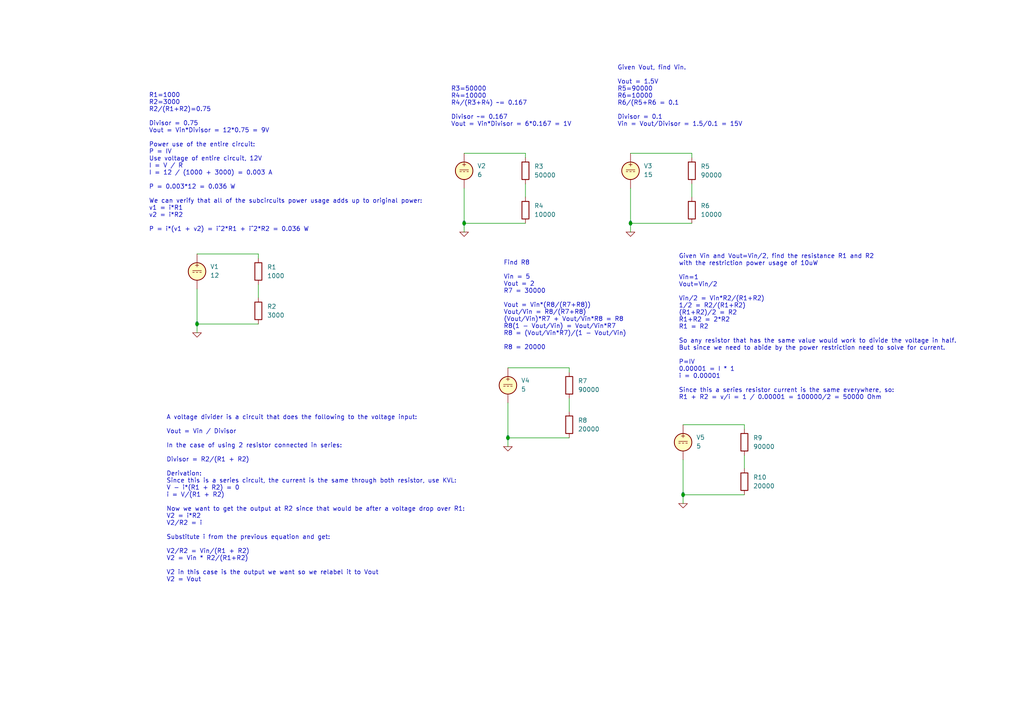
<source format=kicad_sch>
(kicad_sch (version 20230121) (generator eeschema)
  (paper "A4")
  (lib_symbols
    (symbol "Device:R" (pin_numbers hide) (pin_names (offset 0))
      (property "Reference" "R" (at 2.032 0 90))
      (property "Value" "R" (at 0 0 90))
      (symbol "R_0_1"
        (rectangle (start -1.016 -2.54) (end 1.016 2.54) (stroke (width 0.254)))
      )
      (symbol "R_1_1"
        (pin passive line (at 0 3.81 270) (length 1.27) (name "~") (number "1"))
        (pin passive line (at 0 -3.81 90) (length 1.27) (name "~") (number "2"))
      )
    )
    (symbol "Simulation_SPICE:0" (power) (pin_names (offset 0))
      (property "Value" "0" (at 0 -1.778 0))
      (symbol "0_0_1"
        (polyline (pts (xy -1.27 0) (xy 0 -1.27) (xy 1.27 0) (xy -1.27 0)))
      )
      (symbol "0_1_1"
        (pin power_in line (at 0 0 0) (length 0) hide (name "0") (number "1"))
      )
    )
    (symbol "Simulation_SPICE:VDC" (pin_numbers hide) (pin_names (offset 0.0254))
      (property "Reference" "V" (at 2.54 2.54 0))
      (property "Value" "1" (at 2.54 0 0))
      (symbol "VDC_0_0"
        (polyline (pts (xy -1.27 0.254) (xy 1.27 0.254)))
        (polyline (pts (xy -0.762 -0.254) (xy -1.27 -0.254)))
        (polyline (pts (xy 0.254 -0.254) (xy -0.254 -0.254)))
        (polyline (pts (xy 1.27 -0.254) (xy 0.762 -0.254)))
        (text "+" (at 0 1.905 0) (effects (font (size 1.27 1.27))))
      )
      (symbol "VDC_0_1"
        (circle (center 0 0) (radius 2.54) (stroke (width 0.254)) (fill (type background)))
      )
      (symbol "VDC_1_1"
        (pin passive line (at 0 5.08 270) (length 2.54) (name "~") (number "1"))
        (pin passive line (at 0 -5.08 90) (length 2.54) (name "~") (number "2"))
      )
    )
  )
  (junction (at 134.62 64.77))
  (junction (at 198.12 143.51))
  (junction (at 182.88 64.77))
  (junction (at 147.32 127))
  (junction (at 57.15 93.98))
  (wire (pts (xy 200.66 64.77) (xy 182.88 64.77)))
  (wire (pts (xy 198.12 123.19) (xy 215.9 123.19)))
  (wire (pts (xy 74.93 73.66) (xy 74.93 74.93)))
  (wire (pts (xy 215.9 143.51) (xy 198.12 143.51)))
  (wire (pts (xy 200.66 44.45) (xy 200.66 45.72)))
  (wire (pts (xy 198.12 143.51) (xy 198.12 133.35)))
  (wire (pts (xy 57.15 93.98) (xy 57.15 83.82)))
  (wire (pts (xy 165.1 115.57) (xy 165.1 119.38)))
  (wire (pts (xy 57.15 73.66) (xy 74.93 73.66)))
  (wire (pts (xy 165.1 127) (xy 147.32 127)))
  (wire (pts (xy 134.62 64.77) (xy 134.62 67.31)))
  (wire (pts (xy 152.4 53.34) (xy 152.4 57.15)))
  (wire (pts (xy 165.1 106.68) (xy 165.1 107.95)))
  (wire (pts (xy 147.32 127) (xy 147.32 129.54)))
  (wire (pts (xy 74.93 82.55) (xy 74.93 86.36)))
  (wire (pts (xy 215.9 123.19) (xy 215.9 124.46)))
  (wire (pts (xy 152.4 64.77) (xy 134.62 64.77)))
  (wire (pts (xy 134.62 44.45) (xy 152.4 44.45)))
  (wire (pts (xy 74.93 93.98) (xy 57.15 93.98)))
  (wire (pts (xy 147.32 106.68) (xy 165.1 106.68)))
  (wire (pts (xy 182.88 44.45) (xy 200.66 44.45)))
  (wire (pts (xy 215.9 132.08) (xy 215.9 135.89)))
  (wire (pts (xy 57.15 93.98) (xy 57.15 96.52)))
  (wire (pts (xy 198.12 143.51) (xy 198.12 146.05)))
  (wire (pts (xy 152.4 44.45) (xy 152.4 45.72)))
  (wire (pts (xy 147.32 127) (xy 147.32 116.84)))
  (wire (pts (xy 182.88 64.77) (xy 182.88 67.31)))
  (wire (pts (xy 134.62 64.77) (xy 134.62 54.61)))
  (wire (pts (xy 182.88 64.77) (xy 182.88 54.61)))
  (wire (pts (xy 200.66 53.34) (xy 200.66 57.15)))
  (text "Find R8\n\nVin = 5\nVout = 2\nR7 = 30000\n\nVout = Vin*(R8/(R7+R8))\nVout/Vin = R8/(R7+R8)\n(Vout/Vin)*R7 + Vout/Vin*R8 = R8\nR8(1 - Vout/Vin) = Vout/Vin*R7\nR8 = (Vout/Vin*R7)/(1 - Vout/Vin)\n\nR8 = 20000\n" (at 146.05 101.6 0) (effects (font (size 1.27 1.27)) (justify left bottom)))
  (text "Given Vin and Vout=Vin/2, find the resistance R1 and R2\nwith the restriction power usage of 10uW\n\nVin=1\nVout=Vin/2\n\nVin/2 = Vin*R2/(R1+R2)\n1/2 = R2/(R1+R2)\n(R1+R2)/2 = R2\nR1+R2 = 2*R2\nR1 = R2\n\nSo any resistor that has the same value would work to divide the voltage in half.\nBut since we need to abide by the power restriction need to solve for current.\n\nP=IV\n0.00001 = I * 1\ni = 0.00001\n\nSince this a series resistor current is the same everywhere, so:\nR1 + R2 = v/i = 1 / 0.00001 = 100000/2 = 50000 Ohm\n\n" (at 196.85 118.11 0) (effects (font (size 1.27 1.27)) (justify left bottom)))
  (text "R3=50000\nR4=10000\nR4/(R3+R4) ~= 0.167\n\nDivisor ~= 0.167\nVout = Vin*Divisor = 6*0.167 = 1V\n" (at 130.81 36.83 0) (effects (font (size 1.27 1.27)) (justify left bottom)))
  (text "A voltage divider is a circuit that does the following to the voltage input:\n\nVout = Vin / Divisor\n\nIn the case of using 2 resistor connected in series:\n\nDivisor = R2/(R1 + R2)\n\nDerivation:\nSince this is a series circuit, the current is the same through both resistor, use KVL:\nV - i*(R1 + R2) = 0\ni = V/(R1 + R2)\n\nNow we want to get the output at R2 since that would be after a voltage drop over R1:\nV2 = i*R2\nV2/R2 = i\n\nSubstitute i from the previous equation and get:\n\nV2/R2 = Vin/(R1 + R2)\nV2 = Vin * R2/(R1+R2)\n\nV2 in this case is the output we want so we relabel it to Vout\nV2 = Vout\n" (at 48.26 168.91 0) (effects (font (size 1.27 1.27)) (justify left bottom)))
  (text "R1=1000\nR2=3000\nR2/(R1+R2)=0.75\n\nDivisor = 0.75\nVout = Vin*Divisor = 12*0.75 = 9V\n\nPower use of the entire circuit:\nP = IV\nUse voltage of entire circuit, 12V\nI = V / R\nI = 12 / (1000 + 3000) = 0.003 A\n\nP = 0.003*12 = 0.036 W\n\nWe can verify that all of the subcircuits power usage adds up to original power:\nv1 = i*R1\nv2 = i*R2\n\nP = i*(v1 + v2) = i^2*R1 + i^2*R2 = 0.036 W\n" (at 43.18 67.31 0) (effects (font (size 1.27 1.27)) (justify left bottom)))
  (text "Given Vout, find Vin.\n\nVout = 1.5V\nR5=90000\nR6=10000\nR6/(R5+R6 = 0.1\n\nDivisor = 0.1\nVin = Vout/Divisor = 1.5/0.1 = 15V\n" (at 179.07 36.83 0) (effects (font (size 1.27 1.27)) (justify left bottom)))
  (symbol (lib_id "Device:R") (at 165.1 111.76 0) (unit 1)
    (property "Reference" "R7" (at 167.64 110.49 0) (effects (justify left)))
    (property "Value" "90000" (at 167.64 113.03 0) (effects (justify left)))
  )
  (symbol (lib_id "Simulation_SPICE:VDC") (at 57.15 78.74 0) (unit 1)
    (property "Reference" "V1" (at 60.96 77.3402 0) (effects (justify left)))
    (property "Value" "12" (at 60.96 79.8802 0) (effects (justify left)))
    (property "Sim.Pins" "1=+ 2=-" (effects hide))
    (property "Sim.Type" "DC" (effects hide))
    (property "Sim.Device" "V" (effects hide))
  )
  (symbol (lib_id "Device:R") (at 200.66 49.53 0) (unit 1)
    (property "Reference" "R5" (at 203.2 48.26 0) (effects (justify left)))
    (property "Value" "90000" (at 203.2 50.8 0) (effects (justify left)))
  )
  (symbol (lib_id "Device:R") (at 215.9 128.27 0) (unit 1)
    (property "Reference" "R9" (at 218.44 127 0) (effects (justify left)))
    (property "Value" "90000" (at 218.44 129.54 0) (effects (justify left)))
  )
  (symbol (lib_id "Device:R") (at 74.93 90.17 0) (unit 1)
    (property "Reference" "R2" (at 77.47 88.9 0) (effects (justify left)))
    (property "Value" "3000" (at 77.47 91.44 0) (effects (justify left)))
  )
  (symbol (lib_id "Device:R") (at 215.9 139.7 0) (unit 1)
    (property "Reference" "R10" (at 218.44 138.43 0) (effects (justify left)))
    (property "Value" "20000" (at 218.44 140.97 0) (effects (justify left)))
  )
  (symbol (lib_id "Device:R") (at 200.66 60.96 0) (unit 1)
    (property "Reference" "R6" (at 203.2 59.69 0) (effects (justify left)))
    (property "Value" "10000" (at 203.2 62.23 0) (effects (justify left)))
  )
  (symbol (lib_id "Device:R") (at 152.4 49.53 0) (unit 1)
    (property "Reference" "R3" (at 154.94 48.26 0) (effects (justify left)))
    (property "Value" "50000" (at 154.94 50.8 0) (effects (justify left)))
  )
  (symbol (lib_id "Simulation_SPICE:0") (at 57.15 96.52 0) (unit 1)
    (property "Reference" "#GND01" (effects hide))
    (property "Value" "0" (at 57.15 93.98 0))
  )
  (symbol (lib_id "Simulation_SPICE:0") (at 198.12 146.05 0) (unit 1)
    (property "Reference" "#GND05" (effects hide))
    (property "Value" "0" (at 198.12 143.51 0))
  )
  (symbol (lib_id "Simulation_SPICE:VDC") (at 182.88 49.53 0) (unit 1)
    (property "Reference" "V3" (at 186.69 48.1302 0) (effects (justify left)))
    (property "Value" "15" (at 186.69 50.6702 0) (effects (justify left)))
    (property "Sim.Pins" "1=+ 2=-" (effects hide))
    (property "Sim.Type" "DC" (effects hide))
    (property "Sim.Device" "V" (effects hide))
  )
  (symbol (lib_id "Device:R") (at 74.93 78.74 0) (unit 1)
    (property "Reference" "R1" (at 77.47 77.47 0) (effects (justify left)))
    (property "Value" "1000" (at 77.47 80.01 0) (effects (justify left)))
  )
  (symbol (lib_id "Simulation_SPICE:0") (at 182.88 67.31 0) (unit 1)
    (property "Reference" "#GND03" (effects hide))
    (property "Value" "0" (at 182.88 64.77 0))
  )
  (symbol (lib_id "Device:R") (at 165.1 123.19 0) (unit 1)
    (property "Reference" "R8" (at 167.64 121.92 0) (effects (justify left)))
    (property "Value" "20000" (at 167.64 124.46 0) (effects (justify left)))
  )
  (symbol (lib_id "Device:R") (at 152.4 60.96 0) (unit 1)
    (property "Reference" "R4" (at 154.94 59.69 0) (effects (justify left)))
    (property "Value" "10000" (at 154.94 62.23 0) (effects (justify left)))
  )
  (symbol (lib_id "Simulation_SPICE:VDC") (at 134.62 49.53 0) (unit 1)
    (property "Reference" "V2" (at 138.43 48.1302 0) (effects (justify left)))
    (property "Value" "6" (at 138.43 50.6702 0) (effects (justify left)))
    (property "Sim.Pins" "1=+ 2=-" (effects hide))
    (property "Sim.Type" "DC" (effects hide))
    (property "Sim.Device" "V" (effects hide))
  )
  (symbol (lib_id "Simulation_SPICE:0") (at 134.62 67.31 0) (unit 1)
    (property "Reference" "#GND02" (effects hide))
    (property "Value" "0" (at 134.62 64.77 0))
  )
  (symbol (lib_id "Simulation_SPICE:VDC") (at 147.32 111.76 0) (unit 1)
    (property "Reference" "V4" (at 151.13 110.3602 0) (effects (justify left)))
    (property "Value" "5" (at 151.13 112.9002 0) (effects (justify left)))
    (property "Sim.Pins" "1=+ 2=-" (effects hide))
    (property "Sim.Type" "DC" (effects hide))
    (property "Sim.Device" "V" (effects hide))
  )
  (symbol (lib_id "Simulation_SPICE:VDC") (at 198.12 128.27 0) (unit 1)
    (property "Reference" "V5" (at 201.93 126.8702 0) (effects (justify left)))
    (property "Value" "5" (at 201.93 129.4102 0) (effects (justify left)))
    (property "Sim.Pins" "1=+ 2=-" (effects hide))
    (property "Sim.Type" "DC" (effects hide))
    (property "Sim.Device" "V" (effects hide))
  )
  (symbol (lib_id "Simulation_SPICE:0") (at 147.32 129.54 0) (unit 1)
    (property "Reference" "#GND04" (effects hide))
    (property "Value" "0" (at 147.32 127 0))
  )
)
</source>
